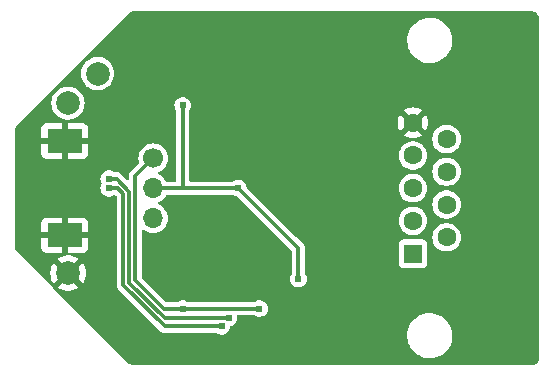
<source format=gbl>
G04 #@! TF.GenerationSoftware,KiCad,Pcbnew,7.0.1*
G04 #@! TF.CreationDate,2023-03-20T20:32:02+09:00*
G04 #@! TF.ProjectId,usbRS232C,75736252-5332-4333-9243-2e6b69636164,V1.0*
G04 #@! TF.SameCoordinates,Original*
G04 #@! TF.FileFunction,Copper,L2,Bot*
G04 #@! TF.FilePolarity,Positive*
%FSLAX46Y46*%
G04 Gerber Fmt 4.6, Leading zero omitted, Abs format (unit mm)*
G04 Created by KiCad (PCBNEW 7.0.1) date 2023-03-20 20:32:02*
%MOMM*%
%LPD*%
G01*
G04 APERTURE LIST*
G04 #@! TA.AperFunction,ComponentPad*
%ADD10C,1.700000*%
G04 #@! TD*
G04 #@! TA.AperFunction,ComponentPad*
%ADD11O,1.700000X1.700000*%
G04 #@! TD*
G04 #@! TA.AperFunction,ComponentPad*
%ADD12C,2.000000*%
G04 #@! TD*
G04 #@! TA.AperFunction,ComponentPad*
%ADD13R,3.000000X2.000000*%
G04 #@! TD*
G04 #@! TA.AperFunction,ComponentPad*
%ADD14R,1.600000X1.600000*%
G04 #@! TD*
G04 #@! TA.AperFunction,ComponentPad*
%ADD15C,1.600000*%
G04 #@! TD*
G04 #@! TA.AperFunction,ViaPad*
%ADD16C,0.609600*%
G04 #@! TD*
G04 #@! TA.AperFunction,Conductor*
%ADD17C,0.304800*%
G04 #@! TD*
G04 APERTURE END LIST*
D10*
X-10000000Y2540000D03*
D11*
X-10000000Y0D03*
X-10000000Y-2540000D03*
D12*
X-17200000Y-7200000D03*
D13*
X-17500000Y4000000D03*
X-17500000Y-4000000D03*
D14*
X12000000Y-5540000D03*
D15*
X12000000Y-2770000D03*
X12000000Y0D03*
X12000000Y2770000D03*
X12000000Y5540000D03*
X14840000Y-4155000D03*
X14840000Y-1385000D03*
X14840000Y1385000D03*
X14840000Y4155000D03*
D12*
X-17200000Y7200000D03*
X-14700000Y9700000D03*
D16*
X4000000Y-9000000D03*
X15000000Y-10000000D03*
X15000000Y10000000D03*
X-7000000Y-5500000D03*
X1400000Y1600000D03*
X-6000000Y-13500000D03*
X-7000000Y-2500000D03*
X4400000Y9400000D03*
X-12700000Y8100000D03*
X-7500000Y-10200000D03*
X-1000000Y-10200000D03*
X-2800000Y0D03*
X-7500000Y7000000D03*
X2300000Y-7700000D03*
X-13750000Y800000D03*
X-3600000Y-11000000D03*
X-4200000Y-11700000D03*
X-13750000Y-12303D03*
D17*
X-9100000Y-10200000D02*
X-7500000Y-10200000D01*
X-7500000Y-10200000D02*
X-1000000Y-10200000D01*
X-11500000Y1040000D02*
X-11500000Y-7800000D01*
X-10000000Y2540000D02*
X-11500000Y1040000D01*
X-11500000Y-7800000D02*
X-9100000Y-10200000D01*
X-10000000Y0D02*
X-7500000Y0D01*
X-7500000Y7000000D02*
X-7500000Y0D01*
X-7500000Y0D02*
X-2800000Y0D01*
X2300000Y-5100000D02*
X2300000Y-7700000D01*
X-2800000Y0D02*
X2300000Y-5100000D01*
X-13100000Y800000D02*
X-12007999Y-292001D01*
X-9018420Y-11000000D02*
X-3600000Y-11000000D01*
X-12007999Y-292001D02*
X-12007999Y-8010421D01*
X-12007999Y-8010421D02*
X-9018420Y-11000000D01*
X-13750000Y800000D02*
X-13100000Y800000D01*
X-12515999Y-8220841D02*
X-9036840Y-11700000D01*
X-9036840Y-11700000D02*
X-4200000Y-11700000D01*
X-12515999Y-502421D02*
X-12515999Y-8220841D01*
X-13750000Y-12303D02*
X-13006117Y-12303D01*
X-13006117Y-12303D02*
X-12515999Y-502421D01*
G04 #@! TA.AperFunction,Conductor*
G36*
X22004843Y14994223D02*
G01*
X22125822Y14982308D01*
X22144858Y14978522D01*
X22256522Y14944648D01*
X22274451Y14937221D01*
X22377354Y14882219D01*
X22393492Y14871436D01*
X22483690Y14797411D01*
X22497411Y14783690D01*
X22571436Y14693492D01*
X22582219Y14677354D01*
X22637221Y14574451D01*
X22644648Y14556522D01*
X22678522Y14444858D01*
X22682308Y14425822D01*
X22694223Y14304843D01*
X22694700Y14295140D01*
X22694700Y-14295140D01*
X22694223Y-14304843D01*
X22682308Y-14425822D01*
X22678522Y-14444858D01*
X22644648Y-14556522D01*
X22637221Y-14574451D01*
X22582219Y-14677354D01*
X22571436Y-14693492D01*
X22497411Y-14783690D01*
X22483690Y-14797411D01*
X22393492Y-14871436D01*
X22377354Y-14882219D01*
X22274451Y-14937221D01*
X22256522Y-14944648D01*
X22144858Y-14978522D01*
X22125822Y-14982308D01*
X22004843Y-14994223D01*
X21995140Y-14994700D01*
X-11596016Y-14994700D01*
X-11603968Y-14994380D01*
X-11703325Y-14986371D01*
X-11719031Y-14983822D01*
X-11729067Y-14981352D01*
X-11740565Y-14978522D01*
X-11811931Y-14960957D01*
X-11827022Y-14955927D01*
X-11915070Y-14918475D01*
X-11929164Y-14911090D01*
X-11995705Y-14869087D01*
X-12012864Y-14855375D01*
X-14298467Y-12569772D01*
X11510878Y-12569772D01*
X11541381Y-12846995D01*
X11611926Y-13116833D01*
X11721002Y-13373510D01*
X11866297Y-13611584D01*
X12044697Y-13825955D01*
X12252414Y-14012071D01*
X12485021Y-14165962D01*
X12737541Y-14284338D01*
X12737542Y-14284338D01*
X12737548Y-14284341D01*
X13004622Y-14364691D01*
X13280550Y-14405300D01*
X13489627Y-14405300D01*
X13489628Y-14405300D01*
X13698156Y-14390038D01*
X13970383Y-14329396D01*
X14230880Y-14229765D01*
X14474095Y-14093266D01*
X14694843Y-13922810D01*
X14788223Y-13825955D01*
X14888417Y-13722033D01*
X14888420Y-13722029D01*
X15050701Y-13495202D01*
X15178226Y-13247165D01*
X15268277Y-12983203D01*
X15318935Y-12708942D01*
X15329121Y-12430228D01*
X15298618Y-12153002D01*
X15228075Y-11883171D01*
X15118996Y-11626486D01*
X14973705Y-11388419D01*
X14795301Y-11174043D01*
X14773700Y-11154688D01*
X14587585Y-10987928D01*
X14354978Y-10834037D01*
X14102458Y-10715661D01*
X14102453Y-10715659D01*
X14102452Y-10715659D01*
X13835378Y-10635309D01*
X13835376Y-10635308D01*
X13835374Y-10635308D01*
X13632161Y-10605401D01*
X13559450Y-10594700D01*
X13350372Y-10594700D01*
X13308666Y-10597752D01*
X13141840Y-10609962D01*
X12869622Y-10670602D01*
X12609116Y-10770236D01*
X12365904Y-10906734D01*
X12145155Y-11077190D01*
X11951582Y-11277966D01*
X11789298Y-11504798D01*
X11661774Y-11752833D01*
X11571722Y-12016801D01*
X11521065Y-12291055D01*
X11510878Y-12569772D01*
X-14298467Y-12569772D01*
X-18444629Y-8423610D01*
X-18070056Y-8423610D01*
X-18023232Y-8460055D01*
X-17804609Y-8578367D01*
X-17569491Y-8659083D01*
X-17324292Y-8700000D01*
X-17075708Y-8700000D01*
X-16830508Y-8659083D01*
X-16595390Y-8578367D01*
X-16376767Y-8460055D01*
X-16329942Y-8423610D01*
X-17200000Y-7553553D01*
X-18070056Y-8423610D01*
X-18444629Y-8423610D01*
X-19668239Y-7200000D01*
X-18705140Y-7200000D01*
X-18684612Y-7447736D01*
X-18623588Y-7688716D01*
X-18523729Y-7916371D01*
X-18423435Y-8069881D01*
X-17553553Y-7199999D01*
X-16846445Y-7199999D01*
X-15976563Y-8069881D01*
X-15876270Y-7916371D01*
X-15776411Y-7688716D01*
X-15715387Y-7447736D01*
X-15694859Y-7200000D01*
X-15715387Y-6952263D01*
X-15776411Y-6711283D01*
X-15876268Y-6483632D01*
X-15976564Y-6330118D01*
X-16846445Y-7199999D01*
X-17553553Y-7199999D01*
X-18423435Y-6330117D01*
X-18523729Y-6483628D01*
X-18623588Y-6711283D01*
X-18684612Y-6952263D01*
X-18705140Y-7200000D01*
X-19668239Y-7200000D01*
X-20891851Y-5976388D01*
X-18070056Y-5976388D01*
X-17199999Y-6846445D01*
X-16329943Y-5976389D01*
X-16376766Y-5939946D01*
X-16595393Y-5821631D01*
X-16830508Y-5740916D01*
X-17075708Y-5700000D01*
X-17324292Y-5700000D01*
X-17569491Y-5740916D01*
X-17804609Y-5821632D01*
X-18023231Y-5939944D01*
X-18070056Y-5976388D01*
X-20891851Y-5976388D01*
X-21555372Y-5312867D01*
X-21569084Y-5295708D01*
X-21611088Y-5229166D01*
X-21618473Y-5215072D01*
X-21655926Y-5127022D01*
X-21660956Y-5111931D01*
X-21676734Y-5047826D01*
X-19500000Y-5047826D01*
X-19493598Y-5107376D01*
X-19443353Y-5242089D01*
X-19357188Y-5357188D01*
X-19242089Y-5443353D01*
X-19107376Y-5493598D01*
X-19047826Y-5500000D01*
X-17750001Y-5500000D01*
X-17750000Y-5499999D01*
X-17250000Y-5499999D01*
X-17249999Y-5500000D01*
X-15952174Y-5500000D01*
X-15892623Y-5493598D01*
X-15757910Y-5443353D01*
X-15642811Y-5357188D01*
X-15556646Y-5242089D01*
X-15506401Y-5107376D01*
X-15500000Y-5047826D01*
X-15500000Y-4250001D01*
X-15500001Y-4250000D01*
X-17249999Y-4250000D01*
X-17250000Y-4250001D01*
X-17250000Y-5499999D01*
X-17750000Y-5499999D01*
X-17750000Y-4250001D01*
X-17750001Y-4250000D01*
X-19499999Y-4250000D01*
X-19500000Y-4250001D01*
X-19500000Y-5047826D01*
X-21676734Y-5047826D01*
X-21683821Y-5019031D01*
X-21686370Y-5003326D01*
X-21694380Y-4903958D01*
X-21694700Y-4896003D01*
X-21694700Y-3749999D01*
X-19500000Y-3749999D01*
X-19499999Y-3750000D01*
X-17750001Y-3750000D01*
X-17750000Y-3749999D01*
X-17250000Y-3749999D01*
X-17249999Y-3750000D01*
X-15500001Y-3750000D01*
X-15500000Y-3749999D01*
X-15500000Y-2952174D01*
X-15506401Y-2892623D01*
X-15556646Y-2757910D01*
X-15642811Y-2642811D01*
X-15757910Y-2556646D01*
X-15892623Y-2506401D01*
X-15952174Y-2500000D01*
X-17249999Y-2500000D01*
X-17250000Y-2500001D01*
X-17250000Y-3749999D01*
X-17750000Y-3749999D01*
X-17750000Y-2500001D01*
X-17750001Y-2500000D01*
X-19047826Y-2500000D01*
X-19107376Y-2506401D01*
X-19242089Y-2556646D01*
X-19357188Y-2642811D01*
X-19443353Y-2757910D01*
X-19493598Y-2892623D01*
X-19500000Y-2952174D01*
X-19500000Y-3749999D01*
X-21694700Y-3749999D01*
X-21694700Y-12303D01*
X-14460480Y-12303D01*
X-14439835Y-182332D01*
X-14379099Y-342480D01*
X-14281802Y-483438D01*
X-14153599Y-597017D01*
X-14001940Y-676613D01*
X-13835639Y-717603D01*
X-13664361Y-717603D01*
X-13498060Y-676613D01*
X-13346401Y-597017D01*
X-13346399Y-597016D01*
X-13340287Y-591602D01*
X-13296390Y-569124D01*
X-13247095Y-570614D01*
X-13204637Y-595700D01*
X-13123727Y-676612D01*
X-13097895Y-702444D01*
X-13076435Y-734562D01*
X-13068899Y-772447D01*
X-13068899Y-8209723D01*
X-13068956Y-8213101D01*
X-13071171Y-8277914D01*
X-13061084Y-8319305D01*
X-13059200Y-8329220D01*
X-13053401Y-8371414D01*
X-13045628Y-8389307D01*
X-13045353Y-8389941D01*
X-13039969Y-8405948D01*
X-13035186Y-8425582D01*
X-13035185Y-8425583D01*
X-13014321Y-8462688D01*
X-13009810Y-8471767D01*
X-12992849Y-8510820D01*
X-12980090Y-8526501D01*
X-12970595Y-8540452D01*
X-12960694Y-8558064D01*
X-12960693Y-8558065D01*
X-12930592Y-8588165D01*
X-12923808Y-8595681D01*
X-12896931Y-8628719D01*
X-12880422Y-8640371D01*
X-12867516Y-8651241D01*
X-9435628Y-12083129D01*
X-9433307Y-12085532D01*
X-9389049Y-12132923D01*
X-9356025Y-12153004D01*
X-9352667Y-12155046D01*
X-9344288Y-12160748D01*
X-9310369Y-12186472D01*
X-9291569Y-12193885D01*
X-9276455Y-12201392D01*
X-9259187Y-12211894D01*
X-9218178Y-12223383D01*
X-9208597Y-12226605D01*
X-9168978Y-12242230D01*
X-9148870Y-12244296D01*
X-9132292Y-12247447D01*
X-9112834Y-12252900D01*
X-9070263Y-12252900D01*
X-9060139Y-12253418D01*
X-9017786Y-12257773D01*
X-8997874Y-12254339D01*
X-8981053Y-12252900D01*
X-4677056Y-12252900D01*
X-4641950Y-12259333D01*
X-4611407Y-12277798D01*
X-4603600Y-12284714D01*
X-4524003Y-12326488D01*
X-4451940Y-12364310D01*
X-4285639Y-12405300D01*
X-4114361Y-12405300D01*
X-3948060Y-12364310D01*
X-3948058Y-12364309D01*
X-3796402Y-12284715D01*
X-3668197Y-12171134D01*
X-3570901Y-12030178D01*
X-3510164Y-11870026D01*
X-3497653Y-11766986D01*
X-3473477Y-11713271D01*
X-3423069Y-11682798D01*
X-3348060Y-11664310D01*
X-3275997Y-11626489D01*
X-3196402Y-11584715D01*
X-3068197Y-11471134D01*
X-2970901Y-11330178D01*
X-2910164Y-11170026D01*
X-2889519Y-11000000D01*
X-2905996Y-10864309D01*
X-2906053Y-10863831D01*
X-2897218Y-10809460D01*
X-2860688Y-10768226D01*
X-2807776Y-10752900D01*
X-1477056Y-10752900D01*
X-1441950Y-10759333D01*
X-1411407Y-10777798D01*
X-1403600Y-10784714D01*
X-1356449Y-10809460D01*
X-1251940Y-10864310D01*
X-1085639Y-10905300D01*
X-914361Y-10905300D01*
X-748060Y-10864310D01*
X-747151Y-10863833D01*
X-596402Y-10784715D01*
X-468197Y-10671134D01*
X-370901Y-10530178D01*
X-310164Y-10370026D01*
X-289519Y-10200000D01*
X-310164Y-10029973D01*
X-370901Y-9869821D01*
X-468197Y-9728865D01*
X-596402Y-9615284D01*
X-748058Y-9535690D01*
X-914361Y-9494700D01*
X-1085639Y-9494700D01*
X-1251941Y-9535690D01*
X-1403600Y-9615285D01*
X-1411407Y-9622202D01*
X-1441950Y-9640667D01*
X-1477056Y-9647100D01*
X-7022944Y-9647100D01*
X-7058050Y-9640667D01*
X-7088593Y-9622202D01*
X-7096399Y-9615285D01*
X-7248058Y-9535690D01*
X-7414361Y-9494700D01*
X-7585639Y-9494700D01*
X-7751941Y-9535690D01*
X-7903600Y-9615285D01*
X-7911407Y-9622202D01*
X-7941950Y-9640667D01*
X-7977056Y-9647100D01*
X-8829973Y-9647100D01*
X-8867859Y-9639564D01*
X-8899977Y-9618104D01*
X-10918104Y-7599977D01*
X-10939564Y-7567859D01*
X-10947100Y-7529973D01*
X-10947100Y-3593590D01*
X-10932736Y-3542231D01*
X-10893813Y-3505776D01*
X-10841625Y-3494802D01*
X-10791315Y-3512494D01*
X-10627639Y-3627102D01*
X-10429330Y-3719575D01*
X-10217977Y-3776207D01*
X-10000000Y-3795277D01*
X-9782023Y-3776207D01*
X-9570670Y-3719575D01*
X-9570666Y-3719573D01*
X-9570665Y-3719573D01*
X-9372363Y-3627103D01*
X-9372362Y-3627102D01*
X-9372361Y-3627102D01*
X-9193123Y-3501598D01*
X-9038402Y-3346877D01*
X-8912898Y-3167639D01*
X-8912897Y-3167638D01*
X-8912896Y-3167636D01*
X-8820426Y-2969334D01*
X-8763792Y-2757973D01*
X-8744722Y-2539999D01*
X-8763792Y-2322026D01*
X-8820426Y-2110665D01*
X-8912896Y-1912364D01*
X-9038399Y-1733126D01*
X-9193126Y-1578399D01*
X-9372363Y-1452896D01*
X-9572172Y-1359724D01*
X-9613829Y-1323193D01*
X-9629333Y-1270000D01*
X-9613829Y-1216807D01*
X-9572172Y-1180276D01*
X-9372363Y-1087103D01*
X-9372362Y-1087102D01*
X-9372361Y-1087102D01*
X-9193123Y-961598D01*
X-9038402Y-806877D01*
X-8975891Y-717603D01*
X-8912898Y-627639D01*
X-8904702Y-610062D01*
X-8868170Y-568404D01*
X-8814977Y-552900D01*
X-7575994Y-552900D01*
X-7522265Y-552900D01*
X-7515509Y-553130D01*
X-7461914Y-556797D01*
X-7461913Y-556796D01*
X-7461913Y-556797D01*
X-7453126Y-554971D01*
X-7432983Y-552900D01*
X-3277056Y-552900D01*
X-3241950Y-559333D01*
X-3211407Y-577798D01*
X-3203600Y-584714D01*
X-3155302Y-610062D01*
X-3051940Y-664310D01*
X-2900462Y-701646D01*
X-2854155Y-727762D01*
X668081Y-4250000D01*
X1718104Y-5300023D01*
X1739564Y-5332141D01*
X1747100Y-5370027D01*
X1747100Y-7228581D01*
X1729575Y-7284820D01*
X1670901Y-7369821D01*
X1610164Y-7529973D01*
X1589519Y-7700000D01*
X1610164Y-7870026D01*
X1670901Y-8030178D01*
X1768197Y-8171134D01*
X1896402Y-8284715D01*
X1962252Y-8319275D01*
X2048060Y-8364310D01*
X2214361Y-8405300D01*
X2385639Y-8405300D01*
X2551940Y-8364310D01*
X2703599Y-8284714D01*
X2831802Y-8171135D01*
X2929099Y-8030177D01*
X2989835Y-7870029D01*
X3010480Y-7700000D01*
X2989835Y-7529971D01*
X2929099Y-7369823D01*
X2870425Y-7284820D01*
X2852900Y-7228581D01*
X2852900Y-6371521D01*
X10799500Y-6371521D01*
X10814352Y-6465303D01*
X10871948Y-6578339D01*
X10871950Y-6578342D01*
X10961658Y-6668050D01*
X11074696Y-6725646D01*
X11168481Y-6740500D01*
X12831518Y-6740499D01*
X12831521Y-6740499D01*
X12925303Y-6725647D01*
X12979707Y-6697925D01*
X13038342Y-6668050D01*
X13128050Y-6578342D01*
X13185646Y-6465304D01*
X13200500Y-6371519D01*
X13200499Y-4708482D01*
X13200499Y-4708480D01*
X13200499Y-4708478D01*
X13185647Y-4614696D01*
X13128051Y-4501660D01*
X13128050Y-4501658D01*
X13038342Y-4411950D01*
X12925304Y-4354354D01*
X12925303Y-4354353D01*
X12925302Y-4354353D01*
X12831519Y-4339500D01*
X11168478Y-4339500D01*
X11074696Y-4354352D01*
X10961660Y-4411948D01*
X10871949Y-4501659D01*
X10814353Y-4614697D01*
X10799500Y-4708480D01*
X10799500Y-6371521D01*
X2852900Y-6371521D01*
X2852900Y-5111117D01*
X2852958Y-5107737D01*
X2855172Y-5042927D01*
X2849348Y-5019031D01*
X2845089Y-5001552D01*
X2843197Y-4991595D01*
X2837402Y-4949427D01*
X2829351Y-4930893D01*
X2823971Y-4914894D01*
X2819187Y-4895259D01*
X2798319Y-4858146D01*
X2793811Y-4849070D01*
X2776850Y-4810022D01*
X2776850Y-4810021D01*
X2764089Y-4794336D01*
X2754603Y-4780398D01*
X2744695Y-4762776D01*
X2744692Y-4762773D01*
X2714586Y-4732666D01*
X2707795Y-4725141D01*
X2680931Y-4692121D01*
X2664428Y-4680472D01*
X2651515Y-4669596D01*
X2136919Y-4155000D01*
X13634357Y-4155000D01*
X13654885Y-4376536D01*
X13690485Y-4501658D01*
X13715772Y-4590530D01*
X13814940Y-4789686D01*
X13814941Y-4789687D01*
X13814942Y-4789689D01*
X13949019Y-4967236D01*
X14113438Y-5117124D01*
X14302599Y-5234247D01*
X14510060Y-5314618D01*
X14510063Y-5314619D01*
X14728755Y-5355500D01*
X14728757Y-5355500D01*
X14951243Y-5355500D01*
X14951245Y-5355500D01*
X15169936Y-5314619D01*
X15169937Y-5314618D01*
X15169940Y-5314618D01*
X15377401Y-5234247D01*
X15566562Y-5117124D01*
X15730981Y-4967236D01*
X15865058Y-4789689D01*
X15964229Y-4590528D01*
X16025115Y-4376536D01*
X16045643Y-4155000D01*
X16025115Y-3933464D01*
X15964229Y-3719472D01*
X15865058Y-3520311D01*
X15730981Y-3342764D01*
X15566562Y-3192876D01*
X15377401Y-3075753D01*
X15377399Y-3075752D01*
X15169936Y-2995380D01*
X14951245Y-2954500D01*
X14951243Y-2954500D01*
X14728757Y-2954500D01*
X14728755Y-2954500D01*
X14510063Y-2995380D01*
X14302600Y-3075752D01*
X14113436Y-3192877D01*
X13949020Y-3342763D01*
X13814940Y-3520313D01*
X13715772Y-3719469D01*
X13715771Y-3719472D01*
X13654885Y-3933464D01*
X13634357Y-4155000D01*
X2136919Y-4155000D01*
X751919Y-2770000D01*
X10794357Y-2770000D01*
X10814885Y-2991536D01*
X10872171Y-3192877D01*
X10875772Y-3205530D01*
X10974940Y-3404686D01*
X10974941Y-3404687D01*
X10974942Y-3404689D01*
X11109019Y-3582236D01*
X11273438Y-3732124D01*
X11462599Y-3849247D01*
X11670060Y-3929618D01*
X11670063Y-3929619D01*
X11888755Y-3970500D01*
X11888757Y-3970500D01*
X12111243Y-3970500D01*
X12111245Y-3970500D01*
X12329936Y-3929619D01*
X12329937Y-3929618D01*
X12329940Y-3929618D01*
X12537401Y-3849247D01*
X12726562Y-3732124D01*
X12890981Y-3582236D01*
X13025058Y-3404689D01*
X13124229Y-3205528D01*
X13185115Y-2991536D01*
X13205643Y-2770000D01*
X13185115Y-2548464D01*
X13124229Y-2334472D01*
X13025058Y-2135311D01*
X12890981Y-1957764D01*
X12726562Y-1807876D01*
X12537401Y-1690753D01*
X12537399Y-1690752D01*
X12329936Y-1610380D01*
X12111245Y-1569500D01*
X12111243Y-1569500D01*
X11888757Y-1569500D01*
X11888755Y-1569500D01*
X11670063Y-1610380D01*
X11462600Y-1690752D01*
X11273436Y-1807877D01*
X11109020Y-1957763D01*
X10974940Y-2135313D01*
X10881968Y-2322026D01*
X10875771Y-2334472D01*
X10814885Y-2548464D01*
X10794357Y-2770000D01*
X751919Y-2770000D01*
X-633081Y-1385000D01*
X13634357Y-1385000D01*
X13654885Y-1606536D01*
X13712171Y-1807877D01*
X13715772Y-1820530D01*
X13814940Y-2019686D01*
X13814941Y-2019687D01*
X13814942Y-2019689D01*
X13949019Y-2197236D01*
X14113438Y-2347124D01*
X14302599Y-2464247D01*
X14394891Y-2500001D01*
X14510063Y-2544619D01*
X14728755Y-2585500D01*
X14728757Y-2585500D01*
X14951243Y-2585500D01*
X14951245Y-2585500D01*
X15169936Y-2544619D01*
X15169937Y-2544618D01*
X15169940Y-2544618D01*
X15377401Y-2464247D01*
X15566562Y-2347124D01*
X15730981Y-2197236D01*
X15865058Y-2019689D01*
X15964229Y-1820528D01*
X16025115Y-1606536D01*
X16045643Y-1385000D01*
X16025115Y-1163464D01*
X15964229Y-949472D01*
X15865058Y-750311D01*
X15730981Y-572764D01*
X15566562Y-422876D01*
X15377401Y-305753D01*
X15377399Y-305752D01*
X15169936Y-225380D01*
X14951245Y-184500D01*
X14951243Y-184500D01*
X14728757Y-184500D01*
X14728755Y-184500D01*
X14510063Y-225380D01*
X14302600Y-305752D01*
X14113436Y-422877D01*
X13949020Y-572763D01*
X13814940Y-750313D01*
X13715772Y-949469D01*
X13715771Y-949472D01*
X13654885Y-1163464D01*
X13634357Y-1385000D01*
X-633081Y-1385000D01*
X-2018081Y0D01*
X10794357Y0D01*
X10814885Y-221536D01*
X10872171Y-422877D01*
X10875772Y-435530D01*
X10974940Y-634686D01*
X10974941Y-634687D01*
X10974942Y-634689D01*
X11109019Y-812236D01*
X11273438Y-962124D01*
X11462599Y-1079247D01*
X11670060Y-1159618D01*
X11670063Y-1159619D01*
X11888755Y-1200500D01*
X11888757Y-1200500D01*
X12111243Y-1200500D01*
X12111245Y-1200500D01*
X12329936Y-1159619D01*
X12329937Y-1159618D01*
X12329940Y-1159618D01*
X12537401Y-1079247D01*
X12726562Y-962124D01*
X12890981Y-812236D01*
X13025058Y-634689D01*
X13124229Y-435528D01*
X13185115Y-221536D01*
X13205643Y0D01*
X13185115Y221536D01*
X13124229Y435528D01*
X13025058Y634689D01*
X12890981Y812236D01*
X12726562Y962124D01*
X12537401Y1079247D01*
X12329940Y1159618D01*
X12329937Y1159618D01*
X12329936Y1159619D01*
X12111245Y1200500D01*
X12111243Y1200500D01*
X11888757Y1200500D01*
X11888755Y1200500D01*
X11670063Y1159619D01*
X11670060Y1159618D01*
X11462599Y1079247D01*
X11273438Y962124D01*
X11109019Y812236D01*
X10997311Y664310D01*
X10974940Y634686D01*
X10925212Y534818D01*
X10875771Y435528D01*
X10814885Y221536D01*
X10794357Y0D01*
X-2018081Y0D01*
X-2075236Y57155D01*
X-2094242Y83820D01*
X-2103510Y115225D01*
X-2110164Y170027D01*
X-2170901Y330178D01*
X-2268197Y471134D01*
X-2396402Y584715D01*
X-2548058Y664309D01*
X-2548060Y664310D01*
X-2714361Y705300D01*
X-2885639Y705300D01*
X-3051940Y664310D01*
X-3108384Y634686D01*
X-3203600Y584714D01*
X-3211407Y577798D01*
X-3241950Y559333D01*
X-3277056Y552900D01*
X-6848100Y552900D01*
X-6897600Y566163D01*
X-6933837Y602400D01*
X-6947100Y651900D01*
X-6947100Y1385000D01*
X13634357Y1385000D01*
X13654885Y1163464D01*
X13701099Y1001037D01*
X13715772Y949469D01*
X13814940Y750313D01*
X13902258Y634686D01*
X13920854Y610060D01*
X13949020Y572763D01*
X14113436Y422877D01*
X14302600Y305752D01*
X14510063Y225380D01*
X14728755Y184500D01*
X14728757Y184500D01*
X14951243Y184500D01*
X14951245Y184500D01*
X15169936Y225380D01*
X15377399Y305752D01*
X15377401Y305753D01*
X15566562Y422876D01*
X15730981Y572764D01*
X15865058Y750311D01*
X15964229Y949472D01*
X16025115Y1163464D01*
X16045643Y1385000D01*
X16025115Y1606536D01*
X15964229Y1820528D01*
X15865058Y2019689D01*
X15730981Y2197236D01*
X15566562Y2347124D01*
X15377401Y2464247D01*
X15169940Y2544618D01*
X15169937Y2544618D01*
X15169936Y2544619D01*
X14951245Y2585500D01*
X14951243Y2585500D01*
X14728757Y2585500D01*
X14728755Y2585500D01*
X14510063Y2544619D01*
X14510060Y2544618D01*
X14302599Y2464247D01*
X14113438Y2347124D01*
X13949019Y2197236D01*
X13814942Y2019689D01*
X13814940Y2019686D01*
X13716571Y1822134D01*
X13715771Y1820528D01*
X13654885Y1606536D01*
X13634357Y1385000D01*
X-6947100Y1385000D01*
X-6947100Y2770000D01*
X10794357Y2770000D01*
X10814885Y2548464D01*
X10875772Y2334469D01*
X10974940Y2135313D01*
X11109020Y1957763D01*
X11273436Y1807877D01*
X11462600Y1690752D01*
X11670063Y1610380D01*
X11888755Y1569500D01*
X11888757Y1569500D01*
X12111243Y1569500D01*
X12111245Y1569500D01*
X12329936Y1610380D01*
X12537399Y1690752D01*
X12605836Y1733126D01*
X12726562Y1807876D01*
X12890981Y1957764D01*
X13025058Y2135311D01*
X13124229Y2334472D01*
X13185115Y2548464D01*
X13205643Y2770000D01*
X13185115Y2991536D01*
X13124229Y3205528D01*
X13025058Y3404689D01*
X12890981Y3582236D01*
X12726562Y3732124D01*
X12537401Y3849247D01*
X12329940Y3929618D01*
X12329937Y3929618D01*
X12329936Y3929619D01*
X12111245Y3970500D01*
X12111243Y3970500D01*
X11888757Y3970500D01*
X11888755Y3970500D01*
X11670063Y3929619D01*
X11670060Y3929618D01*
X11462599Y3849247D01*
X11273438Y3732124D01*
X11109019Y3582236D01*
X10974942Y3404689D01*
X10974940Y3404686D01*
X10944106Y3342763D01*
X10875771Y3205528D01*
X10815979Y2995380D01*
X10814885Y2991535D01*
X10794357Y2770000D01*
X-6947100Y2770000D01*
X-6947100Y4155000D01*
X13634357Y4155000D01*
X13654885Y3933464D01*
X13699628Y3776207D01*
X13715772Y3719469D01*
X13814940Y3520313D01*
X13949020Y3342763D01*
X14113436Y3192877D01*
X14302600Y3075752D01*
X14510063Y2995380D01*
X14728755Y2954500D01*
X14728757Y2954500D01*
X14951243Y2954500D01*
X14951245Y2954500D01*
X15169936Y2995380D01*
X15377399Y3075752D01*
X15525796Y3167635D01*
X15566562Y3192876D01*
X15730981Y3342764D01*
X15865058Y3520311D01*
X15964229Y3719472D01*
X16025115Y3933464D01*
X16045643Y4155000D01*
X16025115Y4376536D01*
X15964229Y4590528D01*
X15865058Y4789689D01*
X15730981Y4967236D01*
X15566562Y5117124D01*
X15377401Y5234247D01*
X15169940Y5314618D01*
X15169937Y5314618D01*
X15169936Y5314619D01*
X14951245Y5355500D01*
X14951243Y5355500D01*
X14728757Y5355500D01*
X14728755Y5355500D01*
X14510063Y5314619D01*
X14510060Y5314618D01*
X14302599Y5234247D01*
X14113438Y5117124D01*
X13949019Y4967236D01*
X13888820Y4887519D01*
X13814940Y4789686D01*
X13716571Y4592134D01*
X13715771Y4590528D01*
X13654885Y4376536D01*
X13634357Y4155000D01*
X-6947100Y4155000D01*
X-6947100Y4460972D01*
X11274527Y4460972D01*
X11347519Y4409864D01*
X11553670Y4313734D01*
X11773398Y4254858D01*
X12000000Y4235033D01*
X12226601Y4254858D01*
X12446329Y4313734D01*
X12652480Y4409864D01*
X12725472Y4460972D01*
X12000000Y5186446D01*
X11274527Y4460972D01*
X-6947100Y4460972D01*
X-6947100Y5540000D01*
X10695034Y5540000D01*
X10714858Y5313398D01*
X10773734Y5093670D01*
X10869864Y4887519D01*
X10920972Y4814527D01*
X11646446Y5540000D01*
X12353554Y5540000D01*
X13079026Y4814527D01*
X13130135Y4887519D01*
X13226265Y5093670D01*
X13285141Y5313398D01*
X13304966Y5540000D01*
X13285141Y5766601D01*
X13226265Y5986329D01*
X13130135Y6192480D01*
X13079026Y6265471D01*
X12353554Y5540000D01*
X11646446Y5540000D01*
X10920972Y6265472D01*
X10869864Y6192480D01*
X10773734Y5986329D01*
X10714858Y5766601D01*
X10695034Y5540000D01*
X-6947100Y5540000D01*
X-6947100Y6528581D01*
X-6929575Y6584820D01*
X-6905963Y6619026D01*
X11274527Y6619026D01*
X11999999Y5893554D01*
X12725471Y6619026D01*
X12652480Y6670135D01*
X12446329Y6766265D01*
X12226601Y6825141D01*
X12000000Y6844966D01*
X11773398Y6825141D01*
X11553670Y6766265D01*
X11347519Y6670135D01*
X11274527Y6619026D01*
X-6905963Y6619026D01*
X-6870901Y6669821D01*
X-6810164Y6829973D01*
X-6789519Y7000000D01*
X-6810164Y7170026D01*
X-6821532Y7200000D01*
X-6870901Y7330177D01*
X-6870901Y7330178D01*
X-6968197Y7471134D01*
X-7096402Y7584715D01*
X-7248058Y7664309D01*
X-7248060Y7664310D01*
X-7414361Y7705300D01*
X-7585639Y7705300D01*
X-7751940Y7664310D01*
X-7903599Y7584714D01*
X-8031802Y7471135D01*
X-8129099Y7330177D01*
X-8189835Y7170029D01*
X-8210480Y7000000D01*
X-8189835Y6829971D01*
X-8129217Y6670135D01*
X-8129098Y6669821D01*
X-8070425Y6584820D01*
X-8052900Y6528581D01*
X-8052900Y651900D01*
X-8066163Y602400D01*
X-8102400Y566163D01*
X-8151900Y552900D01*
X-8814977Y552900D01*
X-8868169Y568404D01*
X-8904701Y610060D01*
X-8912897Y627637D01*
X-9038399Y806873D01*
X-9038402Y806877D01*
X-9193123Y961598D01*
X-9372361Y1087102D01*
X-9372363Y1087103D01*
X-9572172Y1180276D01*
X-9613829Y1216807D01*
X-9629333Y1270000D01*
X-9613829Y1323193D01*
X-9572172Y1359724D01*
X-9372363Y1452896D01*
X-9193126Y1578399D01*
X-9038399Y1733126D01*
X-8912896Y1912363D01*
X-8820426Y2110665D01*
X-8763792Y2322026D01*
X-8744723Y2540000D01*
X-8763792Y2757973D01*
X-8820426Y2969334D01*
X-8912896Y3167635D01*
X-8930571Y3192877D01*
X-9038402Y3346877D01*
X-9193123Y3501598D01*
X-9372361Y3627102D01*
X-9372363Y3627103D01*
X-9570665Y3719573D01*
X-9570666Y3719573D01*
X-9570670Y3719575D01*
X-9782023Y3776207D01*
X-10000000Y3795277D01*
X-10217977Y3776207D01*
X-10429330Y3719575D01*
X-10627638Y3627102D01*
X-10806877Y3501598D01*
X-10961598Y3346877D01*
X-11087102Y3167638D01*
X-11179575Y2969330D01*
X-11236207Y2757977D01*
X-11255277Y2540000D01*
X-11236207Y2322023D01*
X-11201061Y2190858D01*
X-11201061Y2139614D01*
X-11226682Y2095235D01*
X-11883129Y1438788D01*
X-11885532Y1436467D01*
X-11932923Y1392209D01*
X-11952250Y1360425D01*
X-11955046Y1355827D01*
X-11960748Y1347448D01*
X-11986472Y1313529D01*
X-11993885Y1294729D01*
X-12001392Y1279615D01*
X-12011894Y1262347D01*
X-12023383Y1221338D01*
X-12026605Y1211757D01*
X-12042230Y1172138D01*
X-12044296Y1152030D01*
X-12047448Y1135448D01*
X-12052900Y1115993D01*
X-12052900Y1073423D01*
X-12053419Y1063298D01*
X-12057773Y1020946D01*
X-12054340Y1001037D01*
X-12052900Y984213D01*
X-12052900Y773826D01*
X-12069585Y718825D01*
X-12114014Y682362D01*
X-12171214Y676728D01*
X-12221904Y703823D01*
X-12701183Y1183103D01*
X-12703532Y1185533D01*
X-12747790Y1232922D01*
X-12747791Y1232923D01*
X-12784177Y1255049D01*
X-12792539Y1260740D01*
X-12826471Y1286472D01*
X-12845268Y1293884D01*
X-12860390Y1301396D01*
X-12877652Y1311894D01*
X-12914213Y1322137D01*
X-12918648Y1323380D01*
X-12928253Y1326610D01*
X-12967862Y1342230D01*
X-12987970Y1344296D01*
X-13004545Y1347446D01*
X-13024006Y1352900D01*
X-13024007Y1352900D01*
X-13066577Y1352900D01*
X-13076700Y1353418D01*
X-13091649Y1354955D01*
X-13119053Y1357773D01*
X-13119053Y1357772D01*
X-13119054Y1357773D01*
X-13138965Y1354339D01*
X-13155787Y1352900D01*
X-13272944Y1352900D01*
X-13308050Y1359333D01*
X-13338593Y1377798D01*
X-13346399Y1384714D01*
X-13498058Y1464309D01*
X-13498060Y1464310D01*
X-13664361Y1505300D01*
X-13835639Y1505300D01*
X-14001940Y1464310D01*
X-14153599Y1384714D01*
X-14281802Y1271135D01*
X-14379099Y1130177D01*
X-14439835Y970029D01*
X-14460480Y800000D01*
X-14439835Y629971D01*
X-14379596Y471134D01*
X-14379098Y469821D01*
X-14365476Y450087D01*
X-14347951Y393847D01*
X-14365476Y337609D01*
X-14379099Y317874D01*
X-14439835Y157726D01*
X-14460480Y-12303D01*
X-21694700Y-12303D01*
X-21694700Y2952174D01*
X-19500000Y2952174D01*
X-19493598Y2892623D01*
X-19443353Y2757910D01*
X-19357188Y2642811D01*
X-19242089Y2556646D01*
X-19107376Y2506401D01*
X-19047826Y2500000D01*
X-17750001Y2500000D01*
X-17750000Y2500001D01*
X-17250000Y2500001D01*
X-17249999Y2500000D01*
X-15952174Y2500000D01*
X-15892623Y2506401D01*
X-15757910Y2556646D01*
X-15642811Y2642811D01*
X-15556646Y2757910D01*
X-15506401Y2892623D01*
X-15500000Y2952174D01*
X-15500000Y3749999D01*
X-15500001Y3750000D01*
X-17249999Y3750000D01*
X-17250000Y3749999D01*
X-17250000Y2500001D01*
X-17750000Y2500001D01*
X-17750000Y3749999D01*
X-17750001Y3750000D01*
X-19499999Y3750000D01*
X-19500000Y3749999D01*
X-19500000Y2952174D01*
X-21694700Y2952174D01*
X-21694700Y4250001D01*
X-19500000Y4250001D01*
X-19499999Y4250000D01*
X-17750001Y4250000D01*
X-17750000Y4250001D01*
X-17250000Y4250001D01*
X-17249999Y4250000D01*
X-15500001Y4250000D01*
X-15500000Y4250001D01*
X-15500000Y5047826D01*
X-15506401Y5107376D01*
X-15556646Y5242089D01*
X-15642811Y5357188D01*
X-15757910Y5443353D01*
X-15892623Y5493598D01*
X-15952174Y5500000D01*
X-17249999Y5500000D01*
X-17250000Y5499999D01*
X-17250000Y4250001D01*
X-17750000Y4250001D01*
X-17750000Y5499999D01*
X-17750001Y5500000D01*
X-19047826Y5500000D01*
X-19107376Y5493598D01*
X-19242089Y5443353D01*
X-19357188Y5357188D01*
X-19443353Y5242089D01*
X-19493598Y5107376D01*
X-19500000Y5047826D01*
X-19500000Y4250001D01*
X-21694700Y4250001D01*
X-21694700Y4896016D01*
X-21694380Y4903971D01*
X-21686371Y5003326D01*
X-21683822Y5019031D01*
X-21660957Y5111931D01*
X-21655927Y5127022D01*
X-21618475Y5215070D01*
X-21611090Y5229164D01*
X-21569087Y5295705D01*
X-21555375Y5312864D01*
X-19668239Y7200000D01*
X-18605300Y7200000D01*
X-18586134Y6968695D01*
X-18529157Y6743700D01*
X-18435924Y6531151D01*
X-18308979Y6336847D01*
X-18151784Y6166087D01*
X-17968626Y6023530D01*
X-17764501Y5913063D01*
X-17544981Y5837702D01*
X-17316049Y5799500D01*
X-17083953Y5799500D01*
X-17083951Y5799500D01*
X-16931329Y5824968D01*
X-16855018Y5837702D01*
X-16635498Y5913063D01*
X-16431373Y6023530D01*
X-16248217Y6166086D01*
X-16091021Y6336846D01*
X-15964073Y6531156D01*
X-15870844Y6743695D01*
X-15813866Y6968696D01*
X-15794700Y7200000D01*
X-15813866Y7431303D01*
X-15813866Y7431305D01*
X-15870843Y7656300D01*
X-15870844Y7656304D01*
X-15964073Y7868843D01*
X-15964074Y7868844D01*
X-15964076Y7868849D01*
X-16091021Y8063153D01*
X-16248216Y8233913D01*
X-16431374Y8376470D01*
X-16635497Y8486936D01*
X-16855019Y8562298D01*
X-17083951Y8600500D01*
X-17316049Y8600500D01*
X-17544981Y8562298D01*
X-17764503Y8486936D01*
X-17968626Y8376470D01*
X-18151784Y8233913D01*
X-18308979Y8063153D01*
X-18435924Y7868849D01*
X-18529157Y7656300D01*
X-18586134Y7431305D01*
X-18605300Y7200000D01*
X-19668239Y7200000D01*
X-17168239Y9700000D01*
X-16105300Y9700000D01*
X-16086134Y9468695D01*
X-16029157Y9243700D01*
X-15935924Y9031151D01*
X-15808979Y8836847D01*
X-15651784Y8666087D01*
X-15567517Y8600500D01*
X-15468626Y8523530D01*
X-15264501Y8413063D01*
X-15044981Y8337702D01*
X-14816049Y8299500D01*
X-14583953Y8299500D01*
X-14583951Y8299500D01*
X-14431329Y8324967D01*
X-14355018Y8337702D01*
X-14135498Y8413063D01*
X-13931373Y8523530D01*
X-13748217Y8666086D01*
X-13591021Y8836846D01*
X-13464073Y9031156D01*
X-13370844Y9243695D01*
X-13313866Y9468696D01*
X-13294700Y9700000D01*
X-13313866Y9931303D01*
X-13313866Y9931305D01*
X-13370843Y10156300D01*
X-13370844Y10156304D01*
X-13464073Y10368843D01*
X-13464074Y10368844D01*
X-13464076Y10368849D01*
X-13591021Y10563153D01*
X-13748216Y10733913D01*
X-13931374Y10876470D01*
X-14135497Y10986936D01*
X-14355019Y11062298D01*
X-14583951Y11100500D01*
X-14816049Y11100500D01*
X-15044981Y11062298D01*
X-15264503Y10986936D01*
X-15468626Y10876470D01*
X-15651784Y10733913D01*
X-15808979Y10563153D01*
X-15935924Y10368849D01*
X-16029157Y10156300D01*
X-16086134Y9931305D01*
X-16105300Y9700000D01*
X-17168239Y9700000D01*
X-14438012Y12430227D01*
X11510878Y12430227D01*
X11541381Y12153004D01*
X11611926Y11883166D01*
X11721002Y11626489D01*
X11866297Y11388415D01*
X12044697Y11174044D01*
X12252414Y10987928D01*
X12485021Y10834037D01*
X12737541Y10715661D01*
X13004625Y10635308D01*
X13223003Y10603169D01*
X13280550Y10594700D01*
X13489627Y10594700D01*
X13489628Y10594700D01*
X13541760Y10598515D01*
X13698159Y10609962D01*
X13970377Y10670602D01*
X13970381Y10670603D01*
X13970383Y10670604D01*
X14230880Y10770235D01*
X14230883Y10770236D01*
X14474095Y10906734D01*
X14694844Y11077190D01*
X14888417Y11277966D01*
X15050701Y11504798D01*
X15178225Y11752833D01*
X15178226Y11752835D01*
X15268277Y12016797D01*
X15318935Y12291058D01*
X15329121Y12569772D01*
X15298618Y12846998D01*
X15228075Y13116829D01*
X15118996Y13373514D01*
X14973705Y13611581D01*
X14795301Y13825957D01*
X14587584Y14012072D01*
X14354982Y14165960D01*
X14102452Y14284341D01*
X13835378Y14364691D01*
X13559450Y14405300D01*
X13350372Y14405300D01*
X13141844Y14390038D01*
X12869617Y14329396D01*
X12609120Y14229765D01*
X12365905Y14093266D01*
X12365904Y14093265D01*
X12145155Y13922809D01*
X11951582Y13722033D01*
X11789298Y13495201D01*
X11661774Y13247166D01*
X11661774Y13247165D01*
X11571723Y12983203D01*
X11571722Y12983198D01*
X11521065Y12708944D01*
X11510878Y12430227D01*
X-14438012Y12430227D01*
X-12012867Y14855372D01*
X-11995708Y14869084D01*
X-11929166Y14911088D01*
X-11915072Y14918473D01*
X-11827022Y14955926D01*
X-11811931Y14960956D01*
X-11719031Y14983821D01*
X-11703326Y14986370D01*
X-11699194Y14986703D01*
X-11603956Y14994380D01*
X-11596003Y14994700D01*
X-11551645Y14994700D01*
X21951645Y14994700D01*
X21995140Y14994700D01*
X22004843Y14994223D01*
G37*
G04 #@! TD.AperFunction*
M02*

</source>
